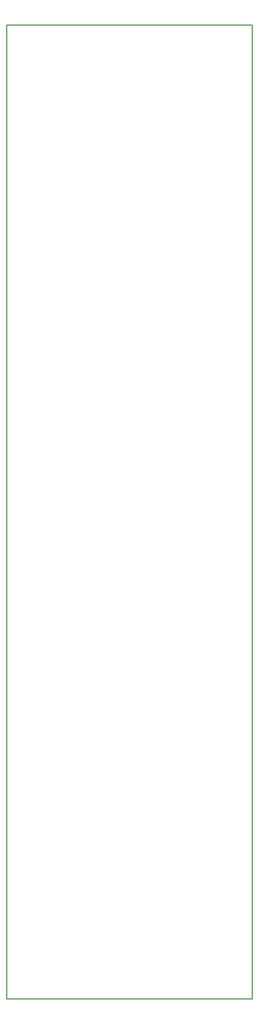
<source format=gbr>
G04 #@! TF.GenerationSoftware,KiCad,Pcbnew,(5.0.0-rc2-dev-586-g888c43477)*
G04 #@! TF.CreationDate,2018-06-27T13:15:06+02:00*
G04 #@! TF.ProjectId,resetUSB,72657365745553422E6B696361645F70,1.0*
G04 #@! TF.SameCoordinates,PX6ad8e7cPY2bcdfd4*
G04 #@! TF.FileFunction,Profile,NP*
%FSLAX46Y46*%
G04 Gerber Fmt 4.6, Leading zero omitted, Abs format (unit mm)*
G04 Created by KiCad (PCBNEW (5.0.0-rc2-dev-586-g888c43477)) date 06/27/18 13:15:06*
%MOMM*%
%LPD*%
G01*
G04 APERTURE LIST*
%ADD10C,0.150000*%
%ADD11C,0.200000*%
G04 APERTURE END LIST*
D10*
X40000000Y-158000000D02*
X40000000Y0D01*
X0Y-158000000D02*
X40000000Y-158000000D01*
D11*
X0Y0D02*
X0Y-158000000D01*
X40000000Y0D02*
X0Y0D01*
M02*

</source>
